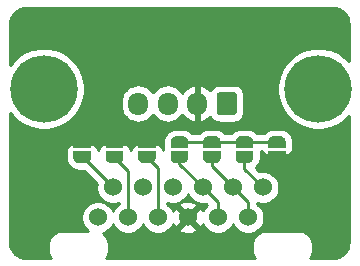
<source format=gbl>
G04 #@! TF.GenerationSoftware,KiCad,Pcbnew,5.1.9+dfsg1-1*
G04 #@! TF.CreationDate,2023-03-08T16:00:21+09:00*
G04 #@! TF.ProjectId,audio-io-breakout-pajeromini,61756469-6f2d-4696-9f2d-627265616b6f,rev?*
G04 #@! TF.SameCoordinates,Original*
G04 #@! TF.FileFunction,Copper,L2,Bot*
G04 #@! TF.FilePolarity,Positive*
%FSLAX46Y46*%
G04 Gerber Fmt 4.6, Leading zero omitted, Abs format (unit mm)*
G04 Created by KiCad (PCBNEW 5.1.9+dfsg1-1) date 2023-03-08 16:00:21*
%MOMM*%
%LPD*%
G01*
G04 APERTURE LIST*
G04 #@! TA.AperFunction,ComponentPad*
%ADD10C,5.700000*%
G04 #@! TD*
G04 #@! TA.AperFunction,ComponentPad*
%ADD11C,1.524000*%
G04 #@! TD*
G04 #@! TA.AperFunction,SMDPad,CuDef*
%ADD12C,0.100000*%
G04 #@! TD*
G04 #@! TA.AperFunction,ComponentPad*
%ADD13O,1.700000X1.950000*%
G04 #@! TD*
G04 #@! TA.AperFunction,ViaPad*
%ADD14C,0.800000*%
G04 #@! TD*
G04 #@! TA.AperFunction,Conductor*
%ADD15C,0.250000*%
G04 #@! TD*
G04 #@! TA.AperFunction,Conductor*
%ADD16C,0.254000*%
G04 #@! TD*
G04 #@! TA.AperFunction,Conductor*
%ADD17C,0.100000*%
G04 #@! TD*
G04 APERTURE END LIST*
D10*
X88750000Y-77500000D03*
X112000000Y-77500000D03*
D11*
X107315000Y-85852000D03*
X104775000Y-85852000D03*
X102235000Y-85852000D03*
X99695000Y-85852000D03*
X97155000Y-85852000D03*
X94615000Y-85852000D03*
X106045000Y-88392000D03*
X103505000Y-88392000D03*
X100965000Y-88392000D03*
X98425000Y-88392000D03*
X95885000Y-88392000D03*
X93345000Y-88392000D03*
G04 #@! TA.AperFunction,SMDPad,CuDef*
D12*
G36*
X102250000Y-82500000D02*
G01*
X102250000Y-82000000D01*
X102250602Y-82000000D01*
X102250602Y-81975466D01*
X102255412Y-81926635D01*
X102264984Y-81878510D01*
X102279228Y-81831555D01*
X102298005Y-81786222D01*
X102321136Y-81742949D01*
X102348396Y-81702150D01*
X102379524Y-81664221D01*
X102414221Y-81629524D01*
X102452150Y-81598396D01*
X102492949Y-81571136D01*
X102536222Y-81548005D01*
X102581555Y-81529228D01*
X102628510Y-81514984D01*
X102676635Y-81505412D01*
X102725466Y-81500602D01*
X102750000Y-81500602D01*
X102750000Y-81500000D01*
X103250000Y-81500000D01*
X103250000Y-81500602D01*
X103274534Y-81500602D01*
X103323365Y-81505412D01*
X103371490Y-81514984D01*
X103418445Y-81529228D01*
X103463778Y-81548005D01*
X103507051Y-81571136D01*
X103547850Y-81598396D01*
X103585779Y-81629524D01*
X103620476Y-81664221D01*
X103651604Y-81702150D01*
X103678864Y-81742949D01*
X103701995Y-81786222D01*
X103720772Y-81831555D01*
X103735016Y-81878510D01*
X103744588Y-81926635D01*
X103749398Y-81975466D01*
X103749398Y-82000000D01*
X103750000Y-82000000D01*
X103750000Y-82500000D01*
X102250000Y-82500000D01*
G37*
G04 #@! TD.AperFunction*
G04 #@! TA.AperFunction,SMDPad,CuDef*
G36*
X103749398Y-83300000D02*
G01*
X103749398Y-83324534D01*
X103744588Y-83373365D01*
X103735016Y-83421490D01*
X103720772Y-83468445D01*
X103701995Y-83513778D01*
X103678864Y-83557051D01*
X103651604Y-83597850D01*
X103620476Y-83635779D01*
X103585779Y-83670476D01*
X103547850Y-83701604D01*
X103507051Y-83728864D01*
X103463778Y-83751995D01*
X103418445Y-83770772D01*
X103371490Y-83785016D01*
X103323365Y-83794588D01*
X103274534Y-83799398D01*
X103250000Y-83799398D01*
X103250000Y-83800000D01*
X102750000Y-83800000D01*
X102750000Y-83799398D01*
X102725466Y-83799398D01*
X102676635Y-83794588D01*
X102628510Y-83785016D01*
X102581555Y-83770772D01*
X102536222Y-83751995D01*
X102492949Y-83728864D01*
X102452150Y-83701604D01*
X102414221Y-83670476D01*
X102379524Y-83635779D01*
X102348396Y-83597850D01*
X102321136Y-83557051D01*
X102298005Y-83513778D01*
X102279228Y-83468445D01*
X102264984Y-83421490D01*
X102255412Y-83373365D01*
X102250602Y-83324534D01*
X102250602Y-83300000D01*
X102250000Y-83300000D01*
X102250000Y-82800000D01*
X103750000Y-82800000D01*
X103750000Y-83300000D01*
X103749398Y-83300000D01*
G37*
G04 #@! TD.AperFunction*
G04 #@! TA.AperFunction,SMDPad,CuDef*
G36*
X100999398Y-83300000D02*
G01*
X100999398Y-83324534D01*
X100994588Y-83373365D01*
X100985016Y-83421490D01*
X100970772Y-83468445D01*
X100951995Y-83513778D01*
X100928864Y-83557051D01*
X100901604Y-83597850D01*
X100870476Y-83635779D01*
X100835779Y-83670476D01*
X100797850Y-83701604D01*
X100757051Y-83728864D01*
X100713778Y-83751995D01*
X100668445Y-83770772D01*
X100621490Y-83785016D01*
X100573365Y-83794588D01*
X100524534Y-83799398D01*
X100500000Y-83799398D01*
X100500000Y-83800000D01*
X100000000Y-83800000D01*
X100000000Y-83799398D01*
X99975466Y-83799398D01*
X99926635Y-83794588D01*
X99878510Y-83785016D01*
X99831555Y-83770772D01*
X99786222Y-83751995D01*
X99742949Y-83728864D01*
X99702150Y-83701604D01*
X99664221Y-83670476D01*
X99629524Y-83635779D01*
X99598396Y-83597850D01*
X99571136Y-83557051D01*
X99548005Y-83513778D01*
X99529228Y-83468445D01*
X99514984Y-83421490D01*
X99505412Y-83373365D01*
X99500602Y-83324534D01*
X99500602Y-83300000D01*
X99500000Y-83300000D01*
X99500000Y-82800000D01*
X101000000Y-82800000D01*
X101000000Y-83300000D01*
X100999398Y-83300000D01*
G37*
G04 #@! TD.AperFunction*
G04 #@! TA.AperFunction,SMDPad,CuDef*
G36*
X99500000Y-82500000D02*
G01*
X99500000Y-82000000D01*
X99500602Y-82000000D01*
X99500602Y-81975466D01*
X99505412Y-81926635D01*
X99514984Y-81878510D01*
X99529228Y-81831555D01*
X99548005Y-81786222D01*
X99571136Y-81742949D01*
X99598396Y-81702150D01*
X99629524Y-81664221D01*
X99664221Y-81629524D01*
X99702150Y-81598396D01*
X99742949Y-81571136D01*
X99786222Y-81548005D01*
X99831555Y-81529228D01*
X99878510Y-81514984D01*
X99926635Y-81505412D01*
X99975466Y-81500602D01*
X100000000Y-81500602D01*
X100000000Y-81500000D01*
X100500000Y-81500000D01*
X100500000Y-81500602D01*
X100524534Y-81500602D01*
X100573365Y-81505412D01*
X100621490Y-81514984D01*
X100668445Y-81529228D01*
X100713778Y-81548005D01*
X100757051Y-81571136D01*
X100797850Y-81598396D01*
X100835779Y-81629524D01*
X100870476Y-81664221D01*
X100901604Y-81702150D01*
X100928864Y-81742949D01*
X100951995Y-81786222D01*
X100970772Y-81831555D01*
X100985016Y-81878510D01*
X100994588Y-81926635D01*
X100999398Y-81975466D01*
X100999398Y-82000000D01*
X101000000Y-82000000D01*
X101000000Y-82500000D01*
X99500000Y-82500000D01*
G37*
G04 #@! TD.AperFunction*
G04 #@! TA.AperFunction,SMDPad,CuDef*
G36*
X91250000Y-82500000D02*
G01*
X91250000Y-82000000D01*
X91250602Y-82000000D01*
X91250602Y-81975466D01*
X91255412Y-81926635D01*
X91264984Y-81878510D01*
X91279228Y-81831555D01*
X91298005Y-81786222D01*
X91321136Y-81742949D01*
X91348396Y-81702150D01*
X91379524Y-81664221D01*
X91414221Y-81629524D01*
X91452150Y-81598396D01*
X91492949Y-81571136D01*
X91536222Y-81548005D01*
X91581555Y-81529228D01*
X91628510Y-81514984D01*
X91676635Y-81505412D01*
X91725466Y-81500602D01*
X91750000Y-81500602D01*
X91750000Y-81500000D01*
X92250000Y-81500000D01*
X92250000Y-81500602D01*
X92274534Y-81500602D01*
X92323365Y-81505412D01*
X92371490Y-81514984D01*
X92418445Y-81529228D01*
X92463778Y-81548005D01*
X92507051Y-81571136D01*
X92547850Y-81598396D01*
X92585779Y-81629524D01*
X92620476Y-81664221D01*
X92651604Y-81702150D01*
X92678864Y-81742949D01*
X92701995Y-81786222D01*
X92720772Y-81831555D01*
X92735016Y-81878510D01*
X92744588Y-81926635D01*
X92749398Y-81975466D01*
X92749398Y-82000000D01*
X92750000Y-82000000D01*
X92750000Y-82500000D01*
X91250000Y-82500000D01*
G37*
G04 #@! TD.AperFunction*
G04 #@! TA.AperFunction,SMDPad,CuDef*
G36*
X92749398Y-83300000D02*
G01*
X92749398Y-83324534D01*
X92744588Y-83373365D01*
X92735016Y-83421490D01*
X92720772Y-83468445D01*
X92701995Y-83513778D01*
X92678864Y-83557051D01*
X92651604Y-83597850D01*
X92620476Y-83635779D01*
X92585779Y-83670476D01*
X92547850Y-83701604D01*
X92507051Y-83728864D01*
X92463778Y-83751995D01*
X92418445Y-83770772D01*
X92371490Y-83785016D01*
X92323365Y-83794588D01*
X92274534Y-83799398D01*
X92250000Y-83799398D01*
X92250000Y-83800000D01*
X91750000Y-83800000D01*
X91750000Y-83799398D01*
X91725466Y-83799398D01*
X91676635Y-83794588D01*
X91628510Y-83785016D01*
X91581555Y-83770772D01*
X91536222Y-83751995D01*
X91492949Y-83728864D01*
X91452150Y-83701604D01*
X91414221Y-83670476D01*
X91379524Y-83635779D01*
X91348396Y-83597850D01*
X91321136Y-83557051D01*
X91298005Y-83513778D01*
X91279228Y-83468445D01*
X91264984Y-83421490D01*
X91255412Y-83373365D01*
X91250602Y-83324534D01*
X91250602Y-83300000D01*
X91250000Y-83300000D01*
X91250000Y-82800000D01*
X92750000Y-82800000D01*
X92750000Y-83300000D01*
X92749398Y-83300000D01*
G37*
G04 #@! TD.AperFunction*
G04 #@! TA.AperFunction,SMDPad,CuDef*
G36*
X98249398Y-83300000D02*
G01*
X98249398Y-83324534D01*
X98244588Y-83373365D01*
X98235016Y-83421490D01*
X98220772Y-83468445D01*
X98201995Y-83513778D01*
X98178864Y-83557051D01*
X98151604Y-83597850D01*
X98120476Y-83635779D01*
X98085779Y-83670476D01*
X98047850Y-83701604D01*
X98007051Y-83728864D01*
X97963778Y-83751995D01*
X97918445Y-83770772D01*
X97871490Y-83785016D01*
X97823365Y-83794588D01*
X97774534Y-83799398D01*
X97750000Y-83799398D01*
X97750000Y-83800000D01*
X97250000Y-83800000D01*
X97250000Y-83799398D01*
X97225466Y-83799398D01*
X97176635Y-83794588D01*
X97128510Y-83785016D01*
X97081555Y-83770772D01*
X97036222Y-83751995D01*
X96992949Y-83728864D01*
X96952150Y-83701604D01*
X96914221Y-83670476D01*
X96879524Y-83635779D01*
X96848396Y-83597850D01*
X96821136Y-83557051D01*
X96798005Y-83513778D01*
X96779228Y-83468445D01*
X96764984Y-83421490D01*
X96755412Y-83373365D01*
X96750602Y-83324534D01*
X96750602Y-83300000D01*
X96750000Y-83300000D01*
X96750000Y-82800000D01*
X98250000Y-82800000D01*
X98250000Y-83300000D01*
X98249398Y-83300000D01*
G37*
G04 #@! TD.AperFunction*
G04 #@! TA.AperFunction,SMDPad,CuDef*
G36*
X96750000Y-82500000D02*
G01*
X96750000Y-82000000D01*
X96750602Y-82000000D01*
X96750602Y-81975466D01*
X96755412Y-81926635D01*
X96764984Y-81878510D01*
X96779228Y-81831555D01*
X96798005Y-81786222D01*
X96821136Y-81742949D01*
X96848396Y-81702150D01*
X96879524Y-81664221D01*
X96914221Y-81629524D01*
X96952150Y-81598396D01*
X96992949Y-81571136D01*
X97036222Y-81548005D01*
X97081555Y-81529228D01*
X97128510Y-81514984D01*
X97176635Y-81505412D01*
X97225466Y-81500602D01*
X97250000Y-81500602D01*
X97250000Y-81500000D01*
X97750000Y-81500000D01*
X97750000Y-81500602D01*
X97774534Y-81500602D01*
X97823365Y-81505412D01*
X97871490Y-81514984D01*
X97918445Y-81529228D01*
X97963778Y-81548005D01*
X98007051Y-81571136D01*
X98047850Y-81598396D01*
X98085779Y-81629524D01*
X98120476Y-81664221D01*
X98151604Y-81702150D01*
X98178864Y-81742949D01*
X98201995Y-81786222D01*
X98220772Y-81831555D01*
X98235016Y-81878510D01*
X98244588Y-81926635D01*
X98249398Y-81975466D01*
X98249398Y-82000000D01*
X98250000Y-82000000D01*
X98250000Y-82500000D01*
X96750000Y-82500000D01*
G37*
G04 #@! TD.AperFunction*
G04 #@! TA.AperFunction,SMDPad,CuDef*
G36*
X95500000Y-82800000D02*
G01*
X95500000Y-83300000D01*
X95499398Y-83300000D01*
X95499398Y-83324534D01*
X95494588Y-83373365D01*
X95485016Y-83421490D01*
X95470772Y-83468445D01*
X95451995Y-83513778D01*
X95428864Y-83557051D01*
X95401604Y-83597850D01*
X95370476Y-83635779D01*
X95335779Y-83670476D01*
X95297850Y-83701604D01*
X95257051Y-83728864D01*
X95213778Y-83751995D01*
X95168445Y-83770772D01*
X95121490Y-83785016D01*
X95073365Y-83794588D01*
X95024534Y-83799398D01*
X95000000Y-83799398D01*
X95000000Y-83800000D01*
X94500000Y-83800000D01*
X94500000Y-83799398D01*
X94475466Y-83799398D01*
X94426635Y-83794588D01*
X94378510Y-83785016D01*
X94331555Y-83770772D01*
X94286222Y-83751995D01*
X94242949Y-83728864D01*
X94202150Y-83701604D01*
X94164221Y-83670476D01*
X94129524Y-83635779D01*
X94098396Y-83597850D01*
X94071136Y-83557051D01*
X94048005Y-83513778D01*
X94029228Y-83468445D01*
X94014984Y-83421490D01*
X94005412Y-83373365D01*
X94000602Y-83324534D01*
X94000602Y-83300000D01*
X94000000Y-83300000D01*
X94000000Y-82800000D01*
X95500000Y-82800000D01*
G37*
G04 #@! TD.AperFunction*
G04 #@! TA.AperFunction,SMDPad,CuDef*
G36*
X94000602Y-82000000D02*
G01*
X94000602Y-81975466D01*
X94005412Y-81926635D01*
X94014984Y-81878510D01*
X94029228Y-81831555D01*
X94048005Y-81786222D01*
X94071136Y-81742949D01*
X94098396Y-81702150D01*
X94129524Y-81664221D01*
X94164221Y-81629524D01*
X94202150Y-81598396D01*
X94242949Y-81571136D01*
X94286222Y-81548005D01*
X94331555Y-81529228D01*
X94378510Y-81514984D01*
X94426635Y-81505412D01*
X94475466Y-81500602D01*
X94500000Y-81500602D01*
X94500000Y-81500000D01*
X95000000Y-81500000D01*
X95000000Y-81500602D01*
X95024534Y-81500602D01*
X95073365Y-81505412D01*
X95121490Y-81514984D01*
X95168445Y-81529228D01*
X95213778Y-81548005D01*
X95257051Y-81571136D01*
X95297850Y-81598396D01*
X95335779Y-81629524D01*
X95370476Y-81664221D01*
X95401604Y-81702150D01*
X95428864Y-81742949D01*
X95451995Y-81786222D01*
X95470772Y-81831555D01*
X95485016Y-81878510D01*
X95494588Y-81926635D01*
X95499398Y-81975466D01*
X95499398Y-82000000D01*
X95500000Y-82000000D01*
X95500000Y-82500000D01*
X94000000Y-82500000D01*
X94000000Y-82000000D01*
X94000602Y-82000000D01*
G37*
G04 #@! TD.AperFunction*
G04 #@! TA.AperFunction,SMDPad,CuDef*
G36*
X106500000Y-82800000D02*
G01*
X106500000Y-83300000D01*
X106499398Y-83300000D01*
X106499398Y-83324534D01*
X106494588Y-83373365D01*
X106485016Y-83421490D01*
X106470772Y-83468445D01*
X106451995Y-83513778D01*
X106428864Y-83557051D01*
X106401604Y-83597850D01*
X106370476Y-83635779D01*
X106335779Y-83670476D01*
X106297850Y-83701604D01*
X106257051Y-83728864D01*
X106213778Y-83751995D01*
X106168445Y-83770772D01*
X106121490Y-83785016D01*
X106073365Y-83794588D01*
X106024534Y-83799398D01*
X106000000Y-83799398D01*
X106000000Y-83800000D01*
X105500000Y-83800000D01*
X105500000Y-83799398D01*
X105475466Y-83799398D01*
X105426635Y-83794588D01*
X105378510Y-83785016D01*
X105331555Y-83770772D01*
X105286222Y-83751995D01*
X105242949Y-83728864D01*
X105202150Y-83701604D01*
X105164221Y-83670476D01*
X105129524Y-83635779D01*
X105098396Y-83597850D01*
X105071136Y-83557051D01*
X105048005Y-83513778D01*
X105029228Y-83468445D01*
X105014984Y-83421490D01*
X105005412Y-83373365D01*
X105000602Y-83324534D01*
X105000602Y-83300000D01*
X105000000Y-83300000D01*
X105000000Y-82800000D01*
X106500000Y-82800000D01*
G37*
G04 #@! TD.AperFunction*
G04 #@! TA.AperFunction,SMDPad,CuDef*
G36*
X105000602Y-82000000D02*
G01*
X105000602Y-81975466D01*
X105005412Y-81926635D01*
X105014984Y-81878510D01*
X105029228Y-81831555D01*
X105048005Y-81786222D01*
X105071136Y-81742949D01*
X105098396Y-81702150D01*
X105129524Y-81664221D01*
X105164221Y-81629524D01*
X105202150Y-81598396D01*
X105242949Y-81571136D01*
X105286222Y-81548005D01*
X105331555Y-81529228D01*
X105378510Y-81514984D01*
X105426635Y-81505412D01*
X105475466Y-81500602D01*
X105500000Y-81500602D01*
X105500000Y-81500000D01*
X106000000Y-81500000D01*
X106000000Y-81500602D01*
X106024534Y-81500602D01*
X106073365Y-81505412D01*
X106121490Y-81514984D01*
X106168445Y-81529228D01*
X106213778Y-81548005D01*
X106257051Y-81571136D01*
X106297850Y-81598396D01*
X106335779Y-81629524D01*
X106370476Y-81664221D01*
X106401604Y-81702150D01*
X106428864Y-81742949D01*
X106451995Y-81786222D01*
X106470772Y-81831555D01*
X106485016Y-81878510D01*
X106494588Y-81926635D01*
X106499398Y-81975466D01*
X106499398Y-82000000D01*
X106500000Y-82000000D01*
X106500000Y-82500000D01*
X105000000Y-82500000D01*
X105000000Y-82000000D01*
X105000602Y-82000000D01*
G37*
G04 #@! TD.AperFunction*
G04 #@! TA.AperFunction,ComponentPad*
G36*
G01*
X105100000Y-78025000D02*
X105100000Y-79475000D01*
G75*
G02*
X104850000Y-79725000I-250000J0D01*
G01*
X103650000Y-79725000D01*
G75*
G02*
X103400000Y-79475000I0J250000D01*
G01*
X103400000Y-78025000D01*
G75*
G02*
X103650000Y-77775000I250000J0D01*
G01*
X104850000Y-77775000D01*
G75*
G02*
X105100000Y-78025000I0J-250000D01*
G01*
G37*
G04 #@! TD.AperFunction*
D13*
X101750000Y-78750000D03*
X99250000Y-78750000D03*
X96750000Y-78750000D03*
G04 #@! TA.AperFunction,SMDPad,CuDef*
D12*
G36*
X109250000Y-82800000D02*
G01*
X109250000Y-83300000D01*
X109249398Y-83300000D01*
X109249398Y-83324534D01*
X109244588Y-83373365D01*
X109235016Y-83421490D01*
X109220772Y-83468445D01*
X109201995Y-83513778D01*
X109178864Y-83557051D01*
X109151604Y-83597850D01*
X109120476Y-83635779D01*
X109085779Y-83670476D01*
X109047850Y-83701604D01*
X109007051Y-83728864D01*
X108963778Y-83751995D01*
X108918445Y-83770772D01*
X108871490Y-83785016D01*
X108823365Y-83794588D01*
X108774534Y-83799398D01*
X108750000Y-83799398D01*
X108750000Y-83800000D01*
X108250000Y-83800000D01*
X108250000Y-83799398D01*
X108225466Y-83799398D01*
X108176635Y-83794588D01*
X108128510Y-83785016D01*
X108081555Y-83770772D01*
X108036222Y-83751995D01*
X107992949Y-83728864D01*
X107952150Y-83701604D01*
X107914221Y-83670476D01*
X107879524Y-83635779D01*
X107848396Y-83597850D01*
X107821136Y-83557051D01*
X107798005Y-83513778D01*
X107779228Y-83468445D01*
X107764984Y-83421490D01*
X107755412Y-83373365D01*
X107750602Y-83324534D01*
X107750602Y-83300000D01*
X107750000Y-83300000D01*
X107750000Y-82800000D01*
X109250000Y-82800000D01*
G37*
G04 #@! TD.AperFunction*
G04 #@! TA.AperFunction,SMDPad,CuDef*
G36*
X107750602Y-82000000D02*
G01*
X107750602Y-81975466D01*
X107755412Y-81926635D01*
X107764984Y-81878510D01*
X107779228Y-81831555D01*
X107798005Y-81786222D01*
X107821136Y-81742949D01*
X107848396Y-81702150D01*
X107879524Y-81664221D01*
X107914221Y-81629524D01*
X107952150Y-81598396D01*
X107992949Y-81571136D01*
X108036222Y-81548005D01*
X108081555Y-81529228D01*
X108128510Y-81514984D01*
X108176635Y-81505412D01*
X108225466Y-81500602D01*
X108250000Y-81500602D01*
X108250000Y-81500000D01*
X108750000Y-81500000D01*
X108750000Y-81500602D01*
X108774534Y-81500602D01*
X108823365Y-81505412D01*
X108871490Y-81514984D01*
X108918445Y-81529228D01*
X108963778Y-81548005D01*
X109007051Y-81571136D01*
X109047850Y-81598396D01*
X109085779Y-81629524D01*
X109120476Y-81664221D01*
X109151604Y-81702150D01*
X109178864Y-81742949D01*
X109201995Y-81786222D01*
X109220772Y-81831555D01*
X109235016Y-81878510D01*
X109244588Y-81926635D01*
X109249398Y-81975466D01*
X109249398Y-82000000D01*
X109250000Y-82000000D01*
X109250000Y-82500000D01*
X107750000Y-82500000D01*
X107750000Y-82000000D01*
X107750602Y-82000000D01*
G37*
G04 #@! TD.AperFunction*
D14*
X105750000Y-91000000D03*
X95000000Y-91000000D03*
D15*
X105750000Y-84287000D02*
X107315000Y-85852000D01*
X105750000Y-83300000D02*
X105750000Y-84287000D01*
X106045000Y-87122000D02*
X104775000Y-85852000D01*
X106045000Y-88392000D02*
X106045000Y-87122000D01*
X103000000Y-84077000D02*
X103000000Y-83300000D01*
X104775000Y-85852000D02*
X103000000Y-84077000D01*
X103505000Y-87122000D02*
X102235000Y-85852000D01*
X103505000Y-88392000D02*
X103505000Y-87122000D01*
X100250000Y-83867000D02*
X100250000Y-83300000D01*
X102235000Y-85852000D02*
X100250000Y-83867000D01*
X98425000Y-84225000D02*
X97500000Y-83300000D01*
X98425000Y-88392000D02*
X98425000Y-84225000D01*
X95885000Y-84435000D02*
X94750000Y-83300000D01*
X95885000Y-88392000D02*
X95885000Y-84435000D01*
X92063000Y-83300000D02*
X92000000Y-83300000D01*
X94615000Y-85852000D02*
X92063000Y-83300000D01*
X100250000Y-82000000D02*
X108500000Y-82000000D01*
D16*
X113509659Y-70688625D02*
X113759429Y-70764035D01*
X113989792Y-70886522D01*
X114191980Y-71051422D01*
X114358286Y-71252450D01*
X114482378Y-71481954D01*
X114559531Y-71731195D01*
X114590000Y-72021089D01*
X114590000Y-75161466D01*
X114221558Y-74793024D01*
X113650766Y-74411633D01*
X113016537Y-74148927D01*
X112343242Y-74015000D01*
X111656758Y-74015000D01*
X110983463Y-74148927D01*
X110349234Y-74411633D01*
X109778442Y-74793024D01*
X109293024Y-75278442D01*
X108911633Y-75849234D01*
X108648927Y-76483463D01*
X108515000Y-77156758D01*
X108515000Y-77843242D01*
X108648927Y-78516537D01*
X108911633Y-79150766D01*
X109293024Y-79721558D01*
X109778442Y-80206976D01*
X110349234Y-80588367D01*
X110983463Y-80851073D01*
X111656758Y-80985000D01*
X112343242Y-80985000D01*
X113016537Y-80851073D01*
X113650766Y-80588367D01*
X114221558Y-80206976D01*
X114590000Y-79838534D01*
X114590001Y-90467711D01*
X114561375Y-90759660D01*
X114485965Y-91009429D01*
X114363477Y-91239794D01*
X114198579Y-91441979D01*
X113997546Y-91608288D01*
X113768046Y-91732378D01*
X113518805Y-91809531D01*
X113228911Y-91840000D01*
X111326995Y-91840000D01*
X111330681Y-91834452D01*
X111364488Y-91785079D01*
X111368870Y-91776973D01*
X111415415Y-91689434D01*
X111438197Y-91634159D01*
X111461775Y-91579149D01*
X111464500Y-91570345D01*
X111493156Y-91475432D01*
X111504773Y-91416759D01*
X111517212Y-91358242D01*
X111518175Y-91349077D01*
X111527850Y-91250406D01*
X111527850Y-91250402D01*
X111531000Y-91218419D01*
X111531000Y-90645581D01*
X111528251Y-90617668D01*
X111528272Y-90614633D01*
X111527372Y-90605462D01*
X111522238Y-90556616D01*
X111521450Y-90548617D01*
X111521369Y-90548350D01*
X111517008Y-90506860D01*
X111504984Y-90448286D01*
X111493771Y-90389504D01*
X111491107Y-90380683D01*
X111461789Y-90285973D01*
X111438636Y-90230895D01*
X111416202Y-90175368D01*
X111411875Y-90167232D01*
X111364720Y-90080020D01*
X111331270Y-90030429D01*
X111298514Y-89980371D01*
X111292689Y-89973230D01*
X111229493Y-89896838D01*
X111187058Y-89854699D01*
X111145195Y-89811949D01*
X111138094Y-89806075D01*
X111061263Y-89743413D01*
X111011467Y-89710329D01*
X110962079Y-89676512D01*
X110953973Y-89672130D01*
X110866434Y-89625585D01*
X110811159Y-89602803D01*
X110756149Y-89579225D01*
X110747346Y-89576500D01*
X110652432Y-89547844D01*
X110593752Y-89536225D01*
X110535242Y-89523788D01*
X110526077Y-89522825D01*
X110427406Y-89513150D01*
X110427402Y-89513150D01*
X110395419Y-89510000D01*
X107536581Y-89510000D01*
X107508668Y-89512749D01*
X107505633Y-89512728D01*
X107496462Y-89513628D01*
X107447616Y-89518762D01*
X107439617Y-89519550D01*
X107439350Y-89519631D01*
X107397860Y-89523992D01*
X107339286Y-89536016D01*
X107280504Y-89547229D01*
X107271683Y-89549893D01*
X107176973Y-89579211D01*
X107121895Y-89602364D01*
X107066368Y-89624798D01*
X107058232Y-89629125D01*
X106971020Y-89676280D01*
X106921429Y-89709730D01*
X106871371Y-89742486D01*
X106864230Y-89748311D01*
X106787838Y-89811507D01*
X106745709Y-89853932D01*
X106702949Y-89895805D01*
X106697075Y-89902906D01*
X106634413Y-89979737D01*
X106601329Y-90029533D01*
X106567512Y-90078921D01*
X106563130Y-90087027D01*
X106516585Y-90174566D01*
X106493813Y-90229816D01*
X106470225Y-90284851D01*
X106467500Y-90293654D01*
X106438844Y-90388568D01*
X106427225Y-90447248D01*
X106414788Y-90505758D01*
X106413825Y-90514923D01*
X106404150Y-90613594D01*
X106404150Y-90613599D01*
X106401000Y-90645582D01*
X106401000Y-91218419D01*
X106403749Y-91246332D01*
X106403728Y-91249367D01*
X106404628Y-91258538D01*
X106409762Y-91307384D01*
X106410550Y-91315383D01*
X106410631Y-91315650D01*
X106414992Y-91357140D01*
X106427016Y-91415714D01*
X106438229Y-91474496D01*
X106440893Y-91483317D01*
X106470211Y-91578028D01*
X106493370Y-91633119D01*
X106515798Y-91688632D01*
X106520125Y-91696768D01*
X106567280Y-91783980D01*
X106600730Y-91833571D01*
X106604936Y-91840000D01*
X94054995Y-91840000D01*
X94058681Y-91834452D01*
X94092488Y-91785079D01*
X94096870Y-91776973D01*
X94143415Y-91689434D01*
X94166197Y-91634159D01*
X94189775Y-91579149D01*
X94192500Y-91570345D01*
X94221156Y-91475432D01*
X94232773Y-91416759D01*
X94245212Y-91358242D01*
X94246175Y-91349077D01*
X94255850Y-91250406D01*
X94255850Y-91250402D01*
X94259000Y-91218419D01*
X94259000Y-90645581D01*
X94256251Y-90617668D01*
X94256272Y-90614633D01*
X94255372Y-90605462D01*
X94250238Y-90556616D01*
X94249450Y-90548617D01*
X94249369Y-90548350D01*
X94245008Y-90506860D01*
X94232984Y-90448286D01*
X94221771Y-90389504D01*
X94219107Y-90380683D01*
X94189789Y-90285973D01*
X94166636Y-90230895D01*
X94144202Y-90175368D01*
X94139875Y-90167232D01*
X94092720Y-90080020D01*
X94059270Y-90030429D01*
X94026514Y-89980371D01*
X94020689Y-89973230D01*
X93957493Y-89896838D01*
X93915058Y-89854699D01*
X93873195Y-89811949D01*
X93866094Y-89806075D01*
X93789263Y-89743413D01*
X93767632Y-89729042D01*
X94006727Y-89630005D01*
X94235535Y-89477120D01*
X94430120Y-89282535D01*
X94583005Y-89053727D01*
X94615000Y-88976485D01*
X94646995Y-89053727D01*
X94799880Y-89282535D01*
X94994465Y-89477120D01*
X95223273Y-89630005D01*
X95477510Y-89735314D01*
X95747408Y-89789000D01*
X96022592Y-89789000D01*
X96292490Y-89735314D01*
X96546727Y-89630005D01*
X96775535Y-89477120D01*
X96970120Y-89282535D01*
X97123005Y-89053727D01*
X97155000Y-88976485D01*
X97186995Y-89053727D01*
X97339880Y-89282535D01*
X97534465Y-89477120D01*
X97763273Y-89630005D01*
X98017510Y-89735314D01*
X98287408Y-89789000D01*
X98562592Y-89789000D01*
X98832490Y-89735314D01*
X99086727Y-89630005D01*
X99315535Y-89477120D01*
X99435090Y-89357565D01*
X100179040Y-89357565D01*
X100246020Y-89597656D01*
X100495048Y-89714756D01*
X100762135Y-89781023D01*
X101037017Y-89793910D01*
X101309133Y-89752922D01*
X101568023Y-89659636D01*
X101683980Y-89597656D01*
X101750960Y-89357565D01*
X100965000Y-88571605D01*
X100179040Y-89357565D01*
X99435090Y-89357565D01*
X99510120Y-89282535D01*
X99663005Y-89053727D01*
X99692692Y-88982057D01*
X99697364Y-88995023D01*
X99759344Y-89110980D01*
X99999435Y-89177960D01*
X100785395Y-88392000D01*
X99999435Y-87606040D01*
X99759344Y-87673020D01*
X99695515Y-87808760D01*
X99663005Y-87730273D01*
X99510120Y-87501465D01*
X99435090Y-87426435D01*
X100179040Y-87426435D01*
X100965000Y-88212395D01*
X101750960Y-87426435D01*
X101683980Y-87186344D01*
X101434952Y-87069244D01*
X101167865Y-87002977D01*
X100892983Y-86990090D01*
X100620867Y-87031078D01*
X100361977Y-87124364D01*
X100246020Y-87186344D01*
X100179040Y-87426435D01*
X99435090Y-87426435D01*
X99315535Y-87306880D01*
X99185000Y-87219659D01*
X99185000Y-87152853D01*
X99287510Y-87195314D01*
X99557408Y-87249000D01*
X99832592Y-87249000D01*
X100102490Y-87195314D01*
X100356727Y-87090005D01*
X100585535Y-86937120D01*
X100780120Y-86742535D01*
X100933005Y-86513727D01*
X100965000Y-86436485D01*
X100996995Y-86513727D01*
X101149880Y-86742535D01*
X101344465Y-86937120D01*
X101573273Y-87090005D01*
X101827510Y-87195314D01*
X102097408Y-87249000D01*
X102372592Y-87249000D01*
X102526570Y-87218372D01*
X102614833Y-87306634D01*
X102614465Y-87306880D01*
X102419880Y-87501465D01*
X102266995Y-87730273D01*
X102237308Y-87801943D01*
X102232636Y-87788977D01*
X102170656Y-87673020D01*
X101930565Y-87606040D01*
X101144605Y-88392000D01*
X101930565Y-89177960D01*
X102170656Y-89110980D01*
X102234485Y-88975240D01*
X102266995Y-89053727D01*
X102419880Y-89282535D01*
X102614465Y-89477120D01*
X102843273Y-89630005D01*
X103097510Y-89735314D01*
X103367408Y-89789000D01*
X103642592Y-89789000D01*
X103912490Y-89735314D01*
X104166727Y-89630005D01*
X104395535Y-89477120D01*
X104590120Y-89282535D01*
X104743005Y-89053727D01*
X104775000Y-88976485D01*
X104806995Y-89053727D01*
X104959880Y-89282535D01*
X105154465Y-89477120D01*
X105383273Y-89630005D01*
X105637510Y-89735314D01*
X105907408Y-89789000D01*
X106182592Y-89789000D01*
X106452490Y-89735314D01*
X106706727Y-89630005D01*
X106935535Y-89477120D01*
X107130120Y-89282535D01*
X107283005Y-89053727D01*
X107388314Y-88799490D01*
X107442000Y-88529592D01*
X107442000Y-88254408D01*
X107388314Y-87984510D01*
X107283005Y-87730273D01*
X107130120Y-87501465D01*
X106935535Y-87306880D01*
X106805000Y-87219659D01*
X106805000Y-87159322D01*
X106805612Y-87153106D01*
X106907510Y-87195314D01*
X107177408Y-87249000D01*
X107452592Y-87249000D01*
X107722490Y-87195314D01*
X107976727Y-87090005D01*
X108205535Y-86937120D01*
X108400120Y-86742535D01*
X108553005Y-86513727D01*
X108658314Y-86259490D01*
X108712000Y-85989592D01*
X108712000Y-85714408D01*
X108658314Y-85444510D01*
X108553005Y-85190273D01*
X108400120Y-84961465D01*
X108205535Y-84766880D01*
X107976727Y-84613995D01*
X107722490Y-84508686D01*
X107452592Y-84455000D01*
X107177408Y-84455000D01*
X107023430Y-84485628D01*
X106717362Y-84179561D01*
X106768382Y-84137690D01*
X106837690Y-84068382D01*
X106917042Y-83971691D01*
X106971498Y-83890192D01*
X107030464Y-83779875D01*
X107067973Y-83689319D01*
X107104282Y-83569623D01*
X107123404Y-83473490D01*
X107135664Y-83349009D01*
X107135664Y-83324450D01*
X107138072Y-83300000D01*
X107138072Y-82800000D01*
X107134132Y-82760000D01*
X107168954Y-82760000D01*
X107219463Y-82854494D01*
X107298815Y-82951185D01*
X107395506Y-83030537D01*
X107505820Y-83089502D01*
X107625518Y-83125812D01*
X107750000Y-83138072D01*
X109250000Y-83138072D01*
X109374482Y-83125812D01*
X109494180Y-83089502D01*
X109604494Y-83030537D01*
X109701185Y-82951185D01*
X109780537Y-82854494D01*
X109839502Y-82744180D01*
X109875812Y-82624482D01*
X109888072Y-82500000D01*
X109888072Y-82000000D01*
X109885664Y-81975550D01*
X109885664Y-81950991D01*
X109873404Y-81826510D01*
X109854282Y-81730377D01*
X109817973Y-81610681D01*
X109780464Y-81520125D01*
X109721498Y-81409808D01*
X109667042Y-81328309D01*
X109587690Y-81231618D01*
X109518382Y-81162310D01*
X109421691Y-81082958D01*
X109340192Y-81028502D01*
X109229875Y-80969536D01*
X109139319Y-80932027D01*
X109019623Y-80895718D01*
X108923490Y-80876596D01*
X108799009Y-80864336D01*
X108774450Y-80864336D01*
X108750000Y-80861928D01*
X108250000Y-80861928D01*
X108225550Y-80864336D01*
X108200991Y-80864336D01*
X108076510Y-80876596D01*
X107980377Y-80895718D01*
X107860681Y-80932027D01*
X107770125Y-80969536D01*
X107659808Y-81028502D01*
X107578309Y-81082958D01*
X107481618Y-81162310D01*
X107412310Y-81231618D01*
X107405431Y-81240000D01*
X106844569Y-81240000D01*
X106837690Y-81231618D01*
X106768382Y-81162310D01*
X106671691Y-81082958D01*
X106590192Y-81028502D01*
X106479875Y-80969536D01*
X106389319Y-80932027D01*
X106269623Y-80895718D01*
X106173490Y-80876596D01*
X106049009Y-80864336D01*
X106024450Y-80864336D01*
X106000000Y-80861928D01*
X105500000Y-80861928D01*
X105475550Y-80864336D01*
X105450991Y-80864336D01*
X105326510Y-80876596D01*
X105230377Y-80895718D01*
X105110681Y-80932027D01*
X105020125Y-80969536D01*
X104909808Y-81028502D01*
X104828309Y-81082958D01*
X104731618Y-81162310D01*
X104662310Y-81231618D01*
X104655431Y-81240000D01*
X104094569Y-81240000D01*
X104087690Y-81231618D01*
X104018382Y-81162310D01*
X103921691Y-81082958D01*
X103840192Y-81028502D01*
X103729875Y-80969536D01*
X103639319Y-80932027D01*
X103519623Y-80895718D01*
X103423490Y-80876596D01*
X103299009Y-80864336D01*
X103274450Y-80864336D01*
X103250000Y-80861928D01*
X102750000Y-80861928D01*
X102725550Y-80864336D01*
X102700991Y-80864336D01*
X102576510Y-80876596D01*
X102480377Y-80895718D01*
X102360681Y-80932027D01*
X102270125Y-80969536D01*
X102159808Y-81028502D01*
X102078309Y-81082958D01*
X101981618Y-81162310D01*
X101912310Y-81231618D01*
X101905431Y-81240000D01*
X101344569Y-81240000D01*
X101337690Y-81231618D01*
X101268382Y-81162310D01*
X101171691Y-81082958D01*
X101090192Y-81028502D01*
X100979875Y-80969536D01*
X100889319Y-80932027D01*
X100769623Y-80895718D01*
X100673490Y-80876596D01*
X100549009Y-80864336D01*
X100524450Y-80864336D01*
X100500000Y-80861928D01*
X100000000Y-80861928D01*
X99975550Y-80864336D01*
X99950991Y-80864336D01*
X99826510Y-80876596D01*
X99730377Y-80895718D01*
X99610681Y-80932027D01*
X99520125Y-80969536D01*
X99409808Y-81028502D01*
X99328309Y-81082958D01*
X99231618Y-81162310D01*
X99162310Y-81231618D01*
X99082958Y-81328309D01*
X99028502Y-81409808D01*
X98969536Y-81520125D01*
X98932027Y-81610681D01*
X98895718Y-81730377D01*
X98876596Y-81826510D01*
X98864336Y-81950991D01*
X98864336Y-81975550D01*
X98861928Y-82000000D01*
X98861928Y-82500000D01*
X98874188Y-82624482D01*
X98881929Y-82650000D01*
X98875000Y-82672841D01*
X98839502Y-82555820D01*
X98780537Y-82445506D01*
X98701185Y-82348815D01*
X98604494Y-82269463D01*
X98494180Y-82210498D01*
X98374482Y-82174188D01*
X98250000Y-82161928D01*
X96750000Y-82161928D01*
X96625518Y-82174188D01*
X96505820Y-82210498D01*
X96395506Y-82269463D01*
X96298815Y-82348815D01*
X96219463Y-82445506D01*
X96160498Y-82555820D01*
X96125000Y-82672841D01*
X96089502Y-82555820D01*
X96030537Y-82445506D01*
X95951185Y-82348815D01*
X95854494Y-82269463D01*
X95744180Y-82210498D01*
X95624482Y-82174188D01*
X95500000Y-82161928D01*
X94000000Y-82161928D01*
X93875518Y-82174188D01*
X93755820Y-82210498D01*
X93645506Y-82269463D01*
X93548815Y-82348815D01*
X93469463Y-82445506D01*
X93410498Y-82555820D01*
X93375000Y-82672841D01*
X93339502Y-82555820D01*
X93280537Y-82445506D01*
X93201185Y-82348815D01*
X93104494Y-82269463D01*
X92994180Y-82210498D01*
X92874482Y-82174188D01*
X92750000Y-82161928D01*
X91250000Y-82161928D01*
X91125518Y-82174188D01*
X91005820Y-82210498D01*
X90895506Y-82269463D01*
X90798815Y-82348815D01*
X90719463Y-82445506D01*
X90660498Y-82555820D01*
X90624188Y-82675518D01*
X90611928Y-82800000D01*
X90611928Y-83300000D01*
X90614336Y-83324450D01*
X90614336Y-83349009D01*
X90626596Y-83473490D01*
X90645718Y-83569623D01*
X90682027Y-83689319D01*
X90719536Y-83779875D01*
X90778502Y-83890192D01*
X90832958Y-83971691D01*
X90912310Y-84068382D01*
X90981618Y-84137690D01*
X91078309Y-84217042D01*
X91159808Y-84271498D01*
X91270125Y-84330464D01*
X91360681Y-84367973D01*
X91480377Y-84404282D01*
X91576510Y-84423404D01*
X91700991Y-84435664D01*
X91725550Y-84435664D01*
X91750000Y-84438072D01*
X92126271Y-84438072D01*
X93248628Y-85560430D01*
X93218000Y-85714408D01*
X93218000Y-85989592D01*
X93271686Y-86259490D01*
X93376995Y-86513727D01*
X93529880Y-86742535D01*
X93724465Y-86937120D01*
X93953273Y-87090005D01*
X94207510Y-87195314D01*
X94477408Y-87249000D01*
X94752592Y-87249000D01*
X95022490Y-87195314D01*
X95125000Y-87152853D01*
X95125000Y-87219659D01*
X94994465Y-87306880D01*
X94799880Y-87501465D01*
X94646995Y-87730273D01*
X94615000Y-87807515D01*
X94583005Y-87730273D01*
X94430120Y-87501465D01*
X94235535Y-87306880D01*
X94006727Y-87153995D01*
X93752490Y-87048686D01*
X93482592Y-86995000D01*
X93207408Y-86995000D01*
X92937510Y-87048686D01*
X92683273Y-87153995D01*
X92454465Y-87306880D01*
X92259880Y-87501465D01*
X92106995Y-87730273D01*
X92001686Y-87984510D01*
X91948000Y-88254408D01*
X91948000Y-88529592D01*
X92001686Y-88799490D01*
X92106995Y-89053727D01*
X92259880Y-89282535D01*
X92454465Y-89477120D01*
X92503673Y-89510000D01*
X90264581Y-89510000D01*
X90236668Y-89512749D01*
X90233633Y-89512728D01*
X90224462Y-89513628D01*
X90175616Y-89518762D01*
X90167617Y-89519550D01*
X90167350Y-89519631D01*
X90125860Y-89523992D01*
X90067286Y-89536016D01*
X90008504Y-89547229D01*
X89999683Y-89549893D01*
X89904973Y-89579211D01*
X89849895Y-89602364D01*
X89794368Y-89624798D01*
X89786232Y-89629125D01*
X89699020Y-89676280D01*
X89649429Y-89709730D01*
X89599371Y-89742486D01*
X89592230Y-89748311D01*
X89515838Y-89811507D01*
X89473709Y-89853932D01*
X89430949Y-89895805D01*
X89425075Y-89902906D01*
X89362413Y-89979737D01*
X89329329Y-90029533D01*
X89295512Y-90078921D01*
X89291130Y-90087027D01*
X89244585Y-90174566D01*
X89221813Y-90229816D01*
X89198225Y-90284851D01*
X89195500Y-90293654D01*
X89166844Y-90388568D01*
X89155225Y-90447248D01*
X89142788Y-90505758D01*
X89141825Y-90514923D01*
X89132150Y-90613594D01*
X89132150Y-90613599D01*
X89129000Y-90645582D01*
X89129000Y-91218419D01*
X89131749Y-91246332D01*
X89131728Y-91249367D01*
X89132628Y-91258538D01*
X89137762Y-91307384D01*
X89138550Y-91315383D01*
X89138631Y-91315650D01*
X89142992Y-91357140D01*
X89155016Y-91415714D01*
X89166229Y-91474496D01*
X89168893Y-91483317D01*
X89198211Y-91578028D01*
X89221370Y-91633119D01*
X89243798Y-91688632D01*
X89248125Y-91696768D01*
X89295280Y-91783980D01*
X89328730Y-91833571D01*
X89332936Y-91840000D01*
X87282279Y-91840000D01*
X86990340Y-91811375D01*
X86740571Y-91735965D01*
X86510206Y-91613477D01*
X86308021Y-91448579D01*
X86141712Y-91247546D01*
X86017622Y-91018046D01*
X85940469Y-90768805D01*
X85910000Y-90478911D01*
X85910000Y-79522474D01*
X86043024Y-79721558D01*
X86528442Y-80206976D01*
X87099234Y-80588367D01*
X87733463Y-80851073D01*
X88406758Y-80985000D01*
X89093242Y-80985000D01*
X89766537Y-80851073D01*
X90400766Y-80588367D01*
X90971558Y-80206976D01*
X91456976Y-79721558D01*
X91838367Y-79150766D01*
X92086363Y-78552050D01*
X95265000Y-78552050D01*
X95265000Y-78947949D01*
X95286487Y-79166110D01*
X95371401Y-79446033D01*
X95509294Y-79704013D01*
X95694866Y-79930134D01*
X95920986Y-80115706D01*
X96178966Y-80253599D01*
X96458889Y-80338513D01*
X96750000Y-80367185D01*
X97041110Y-80338513D01*
X97321033Y-80253599D01*
X97579013Y-80115706D01*
X97805134Y-79930134D01*
X97990706Y-79704014D01*
X98000000Y-79686626D01*
X98009294Y-79704013D01*
X98194866Y-79930134D01*
X98420986Y-80115706D01*
X98678966Y-80253599D01*
X98958889Y-80338513D01*
X99250000Y-80367185D01*
X99541110Y-80338513D01*
X99821033Y-80253599D01*
X100079013Y-80115706D01*
X100305134Y-79930134D01*
X100490706Y-79704014D01*
X100504462Y-79678278D01*
X100660951Y-79884429D01*
X100878807Y-80077496D01*
X101130142Y-80224352D01*
X101393110Y-80316476D01*
X101623000Y-80195155D01*
X101623000Y-78877000D01*
X101603000Y-78877000D01*
X101603000Y-78623000D01*
X101623000Y-78623000D01*
X101623000Y-77304845D01*
X101877000Y-77304845D01*
X101877000Y-78623000D01*
X101897000Y-78623000D01*
X101897000Y-78877000D01*
X101877000Y-78877000D01*
X101877000Y-80195155D01*
X102106890Y-80316476D01*
X102369858Y-80224352D01*
X102621193Y-80077496D01*
X102839049Y-79884429D01*
X102855286Y-79863039D01*
X102911595Y-79968386D01*
X103022038Y-80102962D01*
X103156614Y-80213405D01*
X103310150Y-80295472D01*
X103476746Y-80346008D01*
X103650000Y-80363072D01*
X104850000Y-80363072D01*
X105023254Y-80346008D01*
X105189850Y-80295472D01*
X105343386Y-80213405D01*
X105477962Y-80102962D01*
X105588405Y-79968386D01*
X105670472Y-79814850D01*
X105721008Y-79648254D01*
X105738072Y-79475000D01*
X105738072Y-78025000D01*
X105721008Y-77851746D01*
X105670472Y-77685150D01*
X105588405Y-77531614D01*
X105477962Y-77397038D01*
X105343386Y-77286595D01*
X105189850Y-77204528D01*
X105023254Y-77153992D01*
X104850000Y-77136928D01*
X103650000Y-77136928D01*
X103476746Y-77153992D01*
X103310150Y-77204528D01*
X103156614Y-77286595D01*
X103022038Y-77397038D01*
X102911595Y-77531614D01*
X102855286Y-77636961D01*
X102839049Y-77615571D01*
X102621193Y-77422504D01*
X102369858Y-77275648D01*
X102106890Y-77183524D01*
X101877000Y-77304845D01*
X101623000Y-77304845D01*
X101393110Y-77183524D01*
X101130142Y-77275648D01*
X100878807Y-77422504D01*
X100660951Y-77615571D01*
X100504462Y-77821722D01*
X100490706Y-77795986D01*
X100305134Y-77569866D01*
X100079014Y-77384294D01*
X99821034Y-77246401D01*
X99541111Y-77161487D01*
X99250000Y-77132815D01*
X98958890Y-77161487D01*
X98678967Y-77246401D01*
X98420987Y-77384294D01*
X98194866Y-77569866D01*
X98009294Y-77795986D01*
X98000000Y-77813374D01*
X97990706Y-77795986D01*
X97805134Y-77569866D01*
X97579014Y-77384294D01*
X97321034Y-77246401D01*
X97041111Y-77161487D01*
X96750000Y-77132815D01*
X96458890Y-77161487D01*
X96178967Y-77246401D01*
X95920987Y-77384294D01*
X95694866Y-77569866D01*
X95509294Y-77795986D01*
X95371401Y-78053966D01*
X95286487Y-78333889D01*
X95265000Y-78552050D01*
X92086363Y-78552050D01*
X92101073Y-78516537D01*
X92235000Y-77843242D01*
X92235000Y-77156758D01*
X92101073Y-76483463D01*
X91838367Y-75849234D01*
X91456976Y-75278442D01*
X90971558Y-74793024D01*
X90400766Y-74411633D01*
X89766537Y-74148927D01*
X89093242Y-74015000D01*
X88406758Y-74015000D01*
X87733463Y-74148927D01*
X87099234Y-74411633D01*
X86528442Y-74793024D01*
X86043024Y-75278442D01*
X85910000Y-75477526D01*
X85910000Y-72032279D01*
X85938625Y-71740341D01*
X86014035Y-71490571D01*
X86136522Y-71260208D01*
X86301422Y-71058020D01*
X86502450Y-70891714D01*
X86731954Y-70767622D01*
X86981195Y-70690469D01*
X87271088Y-70660000D01*
X113217721Y-70660000D01*
X113509659Y-70688625D01*
G04 #@! TA.AperFunction,Conductor*
D17*
G36*
X113509659Y-70688625D02*
G01*
X113759429Y-70764035D01*
X113989792Y-70886522D01*
X114191980Y-71051422D01*
X114358286Y-71252450D01*
X114482378Y-71481954D01*
X114559531Y-71731195D01*
X114590000Y-72021089D01*
X114590000Y-75161466D01*
X114221558Y-74793024D01*
X113650766Y-74411633D01*
X113016537Y-74148927D01*
X112343242Y-74015000D01*
X111656758Y-74015000D01*
X110983463Y-74148927D01*
X110349234Y-74411633D01*
X109778442Y-74793024D01*
X109293024Y-75278442D01*
X108911633Y-75849234D01*
X108648927Y-76483463D01*
X108515000Y-77156758D01*
X108515000Y-77843242D01*
X108648927Y-78516537D01*
X108911633Y-79150766D01*
X109293024Y-79721558D01*
X109778442Y-80206976D01*
X110349234Y-80588367D01*
X110983463Y-80851073D01*
X111656758Y-80985000D01*
X112343242Y-80985000D01*
X113016537Y-80851073D01*
X113650766Y-80588367D01*
X114221558Y-80206976D01*
X114590000Y-79838534D01*
X114590001Y-90467711D01*
X114561375Y-90759660D01*
X114485965Y-91009429D01*
X114363477Y-91239794D01*
X114198579Y-91441979D01*
X113997546Y-91608288D01*
X113768046Y-91732378D01*
X113518805Y-91809531D01*
X113228911Y-91840000D01*
X111326995Y-91840000D01*
X111330681Y-91834452D01*
X111364488Y-91785079D01*
X111368870Y-91776973D01*
X111415415Y-91689434D01*
X111438197Y-91634159D01*
X111461775Y-91579149D01*
X111464500Y-91570345D01*
X111493156Y-91475432D01*
X111504773Y-91416759D01*
X111517212Y-91358242D01*
X111518175Y-91349077D01*
X111527850Y-91250406D01*
X111527850Y-91250402D01*
X111531000Y-91218419D01*
X111531000Y-90645581D01*
X111528251Y-90617668D01*
X111528272Y-90614633D01*
X111527372Y-90605462D01*
X111522238Y-90556616D01*
X111521450Y-90548617D01*
X111521369Y-90548350D01*
X111517008Y-90506860D01*
X111504984Y-90448286D01*
X111493771Y-90389504D01*
X111491107Y-90380683D01*
X111461789Y-90285973D01*
X111438636Y-90230895D01*
X111416202Y-90175368D01*
X111411875Y-90167232D01*
X111364720Y-90080020D01*
X111331270Y-90030429D01*
X111298514Y-89980371D01*
X111292689Y-89973230D01*
X111229493Y-89896838D01*
X111187058Y-89854699D01*
X111145195Y-89811949D01*
X111138094Y-89806075D01*
X111061263Y-89743413D01*
X111011467Y-89710329D01*
X110962079Y-89676512D01*
X110953973Y-89672130D01*
X110866434Y-89625585D01*
X110811159Y-89602803D01*
X110756149Y-89579225D01*
X110747346Y-89576500D01*
X110652432Y-89547844D01*
X110593752Y-89536225D01*
X110535242Y-89523788D01*
X110526077Y-89522825D01*
X110427406Y-89513150D01*
X110427402Y-89513150D01*
X110395419Y-89510000D01*
X107536581Y-89510000D01*
X107508668Y-89512749D01*
X107505633Y-89512728D01*
X107496462Y-89513628D01*
X107447616Y-89518762D01*
X107439617Y-89519550D01*
X107439350Y-89519631D01*
X107397860Y-89523992D01*
X107339286Y-89536016D01*
X107280504Y-89547229D01*
X107271683Y-89549893D01*
X107176973Y-89579211D01*
X107121895Y-89602364D01*
X107066368Y-89624798D01*
X107058232Y-89629125D01*
X106971020Y-89676280D01*
X106921429Y-89709730D01*
X106871371Y-89742486D01*
X106864230Y-89748311D01*
X106787838Y-89811507D01*
X106745709Y-89853932D01*
X106702949Y-89895805D01*
X106697075Y-89902906D01*
X106634413Y-89979737D01*
X106601329Y-90029533D01*
X106567512Y-90078921D01*
X106563130Y-90087027D01*
X106516585Y-90174566D01*
X106493813Y-90229816D01*
X106470225Y-90284851D01*
X106467500Y-90293654D01*
X106438844Y-90388568D01*
X106427225Y-90447248D01*
X106414788Y-90505758D01*
X106413825Y-90514923D01*
X106404150Y-90613594D01*
X106404150Y-90613599D01*
X106401000Y-90645582D01*
X106401000Y-91218419D01*
X106403749Y-91246332D01*
X106403728Y-91249367D01*
X106404628Y-91258538D01*
X106409762Y-91307384D01*
X106410550Y-91315383D01*
X106410631Y-91315650D01*
X106414992Y-91357140D01*
X106427016Y-91415714D01*
X106438229Y-91474496D01*
X106440893Y-91483317D01*
X106470211Y-91578028D01*
X106493370Y-91633119D01*
X106515798Y-91688632D01*
X106520125Y-91696768D01*
X106567280Y-91783980D01*
X106600730Y-91833571D01*
X106604936Y-91840000D01*
X94054995Y-91840000D01*
X94058681Y-91834452D01*
X94092488Y-91785079D01*
X94096870Y-91776973D01*
X94143415Y-91689434D01*
X94166197Y-91634159D01*
X94189775Y-91579149D01*
X94192500Y-91570345D01*
X94221156Y-91475432D01*
X94232773Y-91416759D01*
X94245212Y-91358242D01*
X94246175Y-91349077D01*
X94255850Y-91250406D01*
X94255850Y-91250402D01*
X94259000Y-91218419D01*
X94259000Y-90645581D01*
X94256251Y-90617668D01*
X94256272Y-90614633D01*
X94255372Y-90605462D01*
X94250238Y-90556616D01*
X94249450Y-90548617D01*
X94249369Y-90548350D01*
X94245008Y-90506860D01*
X94232984Y-90448286D01*
X94221771Y-90389504D01*
X94219107Y-90380683D01*
X94189789Y-90285973D01*
X94166636Y-90230895D01*
X94144202Y-90175368D01*
X94139875Y-90167232D01*
X94092720Y-90080020D01*
X94059270Y-90030429D01*
X94026514Y-89980371D01*
X94020689Y-89973230D01*
X93957493Y-89896838D01*
X93915058Y-89854699D01*
X93873195Y-89811949D01*
X93866094Y-89806075D01*
X93789263Y-89743413D01*
X93767632Y-89729042D01*
X94006727Y-89630005D01*
X94235535Y-89477120D01*
X94430120Y-89282535D01*
X94583005Y-89053727D01*
X94615000Y-88976485D01*
X94646995Y-89053727D01*
X94799880Y-89282535D01*
X94994465Y-89477120D01*
X95223273Y-89630005D01*
X95477510Y-89735314D01*
X95747408Y-89789000D01*
X96022592Y-89789000D01*
X96292490Y-89735314D01*
X96546727Y-89630005D01*
X96775535Y-89477120D01*
X96970120Y-89282535D01*
X97123005Y-89053727D01*
X97155000Y-88976485D01*
X97186995Y-89053727D01*
X97339880Y-89282535D01*
X97534465Y-89477120D01*
X97763273Y-89630005D01*
X98017510Y-89735314D01*
X98287408Y-89789000D01*
X98562592Y-89789000D01*
X98832490Y-89735314D01*
X99086727Y-89630005D01*
X99315535Y-89477120D01*
X99435090Y-89357565D01*
X100179040Y-89357565D01*
X100246020Y-89597656D01*
X100495048Y-89714756D01*
X100762135Y-89781023D01*
X101037017Y-89793910D01*
X101309133Y-89752922D01*
X101568023Y-89659636D01*
X101683980Y-89597656D01*
X101750960Y-89357565D01*
X100965000Y-88571605D01*
X100179040Y-89357565D01*
X99435090Y-89357565D01*
X99510120Y-89282535D01*
X99663005Y-89053727D01*
X99692692Y-88982057D01*
X99697364Y-88995023D01*
X99759344Y-89110980D01*
X99999435Y-89177960D01*
X100785395Y-88392000D01*
X99999435Y-87606040D01*
X99759344Y-87673020D01*
X99695515Y-87808760D01*
X99663005Y-87730273D01*
X99510120Y-87501465D01*
X99435090Y-87426435D01*
X100179040Y-87426435D01*
X100965000Y-88212395D01*
X101750960Y-87426435D01*
X101683980Y-87186344D01*
X101434952Y-87069244D01*
X101167865Y-87002977D01*
X100892983Y-86990090D01*
X100620867Y-87031078D01*
X100361977Y-87124364D01*
X100246020Y-87186344D01*
X100179040Y-87426435D01*
X99435090Y-87426435D01*
X99315535Y-87306880D01*
X99185000Y-87219659D01*
X99185000Y-87152853D01*
X99287510Y-87195314D01*
X99557408Y-87249000D01*
X99832592Y-87249000D01*
X100102490Y-87195314D01*
X100356727Y-87090005D01*
X100585535Y-86937120D01*
X100780120Y-86742535D01*
X100933005Y-86513727D01*
X100965000Y-86436485D01*
X100996995Y-86513727D01*
X101149880Y-86742535D01*
X101344465Y-86937120D01*
X101573273Y-87090005D01*
X101827510Y-87195314D01*
X102097408Y-87249000D01*
X102372592Y-87249000D01*
X102526570Y-87218372D01*
X102614833Y-87306634D01*
X102614465Y-87306880D01*
X102419880Y-87501465D01*
X102266995Y-87730273D01*
X102237308Y-87801943D01*
X102232636Y-87788977D01*
X102170656Y-87673020D01*
X101930565Y-87606040D01*
X101144605Y-88392000D01*
X101930565Y-89177960D01*
X102170656Y-89110980D01*
X102234485Y-88975240D01*
X102266995Y-89053727D01*
X102419880Y-89282535D01*
X102614465Y-89477120D01*
X102843273Y-89630005D01*
X103097510Y-89735314D01*
X103367408Y-89789000D01*
X103642592Y-89789000D01*
X103912490Y-89735314D01*
X104166727Y-89630005D01*
X104395535Y-89477120D01*
X104590120Y-89282535D01*
X104743005Y-89053727D01*
X104775000Y-88976485D01*
X104806995Y-89053727D01*
X104959880Y-89282535D01*
X105154465Y-89477120D01*
X105383273Y-89630005D01*
X105637510Y-89735314D01*
X105907408Y-89789000D01*
X106182592Y-89789000D01*
X106452490Y-89735314D01*
X106706727Y-89630005D01*
X106935535Y-89477120D01*
X107130120Y-89282535D01*
X107283005Y-89053727D01*
X107388314Y-88799490D01*
X107442000Y-88529592D01*
X107442000Y-88254408D01*
X107388314Y-87984510D01*
X107283005Y-87730273D01*
X107130120Y-87501465D01*
X106935535Y-87306880D01*
X106805000Y-87219659D01*
X106805000Y-87159322D01*
X106805612Y-87153106D01*
X106907510Y-87195314D01*
X107177408Y-87249000D01*
X107452592Y-87249000D01*
X107722490Y-87195314D01*
X107976727Y-87090005D01*
X108205535Y-86937120D01*
X108400120Y-86742535D01*
X108553005Y-86513727D01*
X108658314Y-86259490D01*
X108712000Y-85989592D01*
X108712000Y-85714408D01*
X108658314Y-85444510D01*
X108553005Y-85190273D01*
X108400120Y-84961465D01*
X108205535Y-84766880D01*
X107976727Y-84613995D01*
X107722490Y-84508686D01*
X107452592Y-84455000D01*
X107177408Y-84455000D01*
X107023430Y-84485628D01*
X106717362Y-84179561D01*
X106768382Y-84137690D01*
X106837690Y-84068382D01*
X106917042Y-83971691D01*
X106971498Y-83890192D01*
X107030464Y-83779875D01*
X107067973Y-83689319D01*
X107104282Y-83569623D01*
X107123404Y-83473490D01*
X107135664Y-83349009D01*
X107135664Y-83324450D01*
X107138072Y-83300000D01*
X107138072Y-82800000D01*
X107134132Y-82760000D01*
X107168954Y-82760000D01*
X107219463Y-82854494D01*
X107298815Y-82951185D01*
X107395506Y-83030537D01*
X107505820Y-83089502D01*
X107625518Y-83125812D01*
X107750000Y-83138072D01*
X109250000Y-83138072D01*
X109374482Y-83125812D01*
X109494180Y-83089502D01*
X109604494Y-83030537D01*
X109701185Y-82951185D01*
X109780537Y-82854494D01*
X109839502Y-82744180D01*
X109875812Y-82624482D01*
X109888072Y-82500000D01*
X109888072Y-82000000D01*
X109885664Y-81975550D01*
X109885664Y-81950991D01*
X109873404Y-81826510D01*
X109854282Y-81730377D01*
X109817973Y-81610681D01*
X109780464Y-81520125D01*
X109721498Y-81409808D01*
X109667042Y-81328309D01*
X109587690Y-81231618D01*
X109518382Y-81162310D01*
X109421691Y-81082958D01*
X109340192Y-81028502D01*
X109229875Y-80969536D01*
X109139319Y-80932027D01*
X109019623Y-80895718D01*
X108923490Y-80876596D01*
X108799009Y-80864336D01*
X108774450Y-80864336D01*
X108750000Y-80861928D01*
X108250000Y-80861928D01*
X108225550Y-80864336D01*
X108200991Y-80864336D01*
X108076510Y-80876596D01*
X107980377Y-80895718D01*
X107860681Y-80932027D01*
X107770125Y-80969536D01*
X107659808Y-81028502D01*
X107578309Y-81082958D01*
X107481618Y-81162310D01*
X107412310Y-81231618D01*
X107405431Y-81240000D01*
X106844569Y-81240000D01*
X106837690Y-81231618D01*
X106768382Y-81162310D01*
X106671691Y-81082958D01*
X106590192Y-81028502D01*
X106479875Y-80969536D01*
X106389319Y-80932027D01*
X106269623Y-80895718D01*
X106173490Y-80876596D01*
X106049009Y-80864336D01*
X106024450Y-80864336D01*
X106000000Y-80861928D01*
X105500000Y-80861928D01*
X105475550Y-80864336D01*
X105450991Y-80864336D01*
X105326510Y-80876596D01*
X105230377Y-80895718D01*
X105110681Y-80932027D01*
X105020125Y-80969536D01*
X104909808Y-81028502D01*
X104828309Y-81082958D01*
X104731618Y-81162310D01*
X104662310Y-81231618D01*
X104655431Y-81240000D01*
X104094569Y-81240000D01*
X104087690Y-81231618D01*
X104018382Y-81162310D01*
X103921691Y-81082958D01*
X103840192Y-81028502D01*
X103729875Y-80969536D01*
X103639319Y-80932027D01*
X103519623Y-80895718D01*
X103423490Y-80876596D01*
X103299009Y-80864336D01*
X103274450Y-80864336D01*
X103250000Y-80861928D01*
X102750000Y-80861928D01*
X102725550Y-80864336D01*
X102700991Y-80864336D01*
X102576510Y-80876596D01*
X102480377Y-80895718D01*
X102360681Y-80932027D01*
X102270125Y-80969536D01*
X102159808Y-81028502D01*
X102078309Y-81082958D01*
X101981618Y-81162310D01*
X101912310Y-81231618D01*
X101905431Y-81240000D01*
X101344569Y-81240000D01*
X101337690Y-81231618D01*
X101268382Y-81162310D01*
X101171691Y-81082958D01*
X101090192Y-81028502D01*
X100979875Y-80969536D01*
X100889319Y-80932027D01*
X100769623Y-80895718D01*
X100673490Y-80876596D01*
X100549009Y-80864336D01*
X100524450Y-80864336D01*
X100500000Y-80861928D01*
X100000000Y-80861928D01*
X99975550Y-80864336D01*
X99950991Y-80864336D01*
X99826510Y-80876596D01*
X99730377Y-80895718D01*
X99610681Y-80932027D01*
X99520125Y-80969536D01*
X99409808Y-81028502D01*
X99328309Y-81082958D01*
X99231618Y-81162310D01*
X99162310Y-81231618D01*
X99082958Y-81328309D01*
X99028502Y-81409808D01*
X98969536Y-81520125D01*
X98932027Y-81610681D01*
X98895718Y-81730377D01*
X98876596Y-81826510D01*
X98864336Y-81950991D01*
X98864336Y-81975550D01*
X98861928Y-82000000D01*
X98861928Y-82500000D01*
X98874188Y-82624482D01*
X98881929Y-82650000D01*
X98875000Y-82672841D01*
X98839502Y-82555820D01*
X98780537Y-82445506D01*
X98701185Y-82348815D01*
X98604494Y-82269463D01*
X98494180Y-82210498D01*
X98374482Y-82174188D01*
X98250000Y-82161928D01*
X96750000Y-82161928D01*
X96625518Y-82174188D01*
X96505820Y-82210498D01*
X96395506Y-82269463D01*
X96298815Y-82348815D01*
X96219463Y-82445506D01*
X96160498Y-82555820D01*
X96125000Y-82672841D01*
X96089502Y-82555820D01*
X96030537Y-82445506D01*
X95951185Y-82348815D01*
X95854494Y-82269463D01*
X95744180Y-82210498D01*
X95624482Y-82174188D01*
X95500000Y-82161928D01*
X94000000Y-82161928D01*
X93875518Y-82174188D01*
X93755820Y-82210498D01*
X93645506Y-82269463D01*
X93548815Y-82348815D01*
X93469463Y-82445506D01*
X93410498Y-82555820D01*
X93375000Y-82672841D01*
X93339502Y-82555820D01*
X93280537Y-82445506D01*
X93201185Y-82348815D01*
X93104494Y-82269463D01*
X92994180Y-82210498D01*
X92874482Y-82174188D01*
X92750000Y-82161928D01*
X91250000Y-82161928D01*
X91125518Y-82174188D01*
X91005820Y-82210498D01*
X90895506Y-82269463D01*
X90798815Y-82348815D01*
X90719463Y-82445506D01*
X90660498Y-82555820D01*
X90624188Y-82675518D01*
X90611928Y-82800000D01*
X90611928Y-83300000D01*
X90614336Y-83324450D01*
X90614336Y-83349009D01*
X90626596Y-83473490D01*
X90645718Y-83569623D01*
X90682027Y-83689319D01*
X90719536Y-83779875D01*
X90778502Y-83890192D01*
X90832958Y-83971691D01*
X90912310Y-84068382D01*
X90981618Y-84137690D01*
X91078309Y-84217042D01*
X91159808Y-84271498D01*
X91270125Y-84330464D01*
X91360681Y-84367973D01*
X91480377Y-84404282D01*
X91576510Y-84423404D01*
X91700991Y-84435664D01*
X91725550Y-84435664D01*
X91750000Y-84438072D01*
X92126271Y-84438072D01*
X93248628Y-85560430D01*
X93218000Y-85714408D01*
X93218000Y-85989592D01*
X93271686Y-86259490D01*
X93376995Y-86513727D01*
X93529880Y-86742535D01*
X93724465Y-86937120D01*
X93953273Y-87090005D01*
X94207510Y-87195314D01*
X94477408Y-87249000D01*
X94752592Y-87249000D01*
X95022490Y-87195314D01*
X95125000Y-87152853D01*
X95125000Y-87219659D01*
X94994465Y-87306880D01*
X94799880Y-87501465D01*
X94646995Y-87730273D01*
X94615000Y-87807515D01*
X94583005Y-87730273D01*
X94430120Y-87501465D01*
X94235535Y-87306880D01*
X94006727Y-87153995D01*
X93752490Y-87048686D01*
X93482592Y-86995000D01*
X93207408Y-86995000D01*
X92937510Y-87048686D01*
X92683273Y-87153995D01*
X92454465Y-87306880D01*
X92259880Y-87501465D01*
X92106995Y-87730273D01*
X92001686Y-87984510D01*
X91948000Y-88254408D01*
X91948000Y-88529592D01*
X92001686Y-88799490D01*
X92106995Y-89053727D01*
X92259880Y-89282535D01*
X92454465Y-89477120D01*
X92503673Y-89510000D01*
X90264581Y-89510000D01*
X90236668Y-89512749D01*
X90233633Y-89512728D01*
X90224462Y-89513628D01*
X90175616Y-89518762D01*
X90167617Y-89519550D01*
X90167350Y-89519631D01*
X90125860Y-89523992D01*
X90067286Y-89536016D01*
X90008504Y-89547229D01*
X89999683Y-89549893D01*
X89904973Y-89579211D01*
X89849895Y-89602364D01*
X89794368Y-89624798D01*
X89786232Y-89629125D01*
X89699020Y-89676280D01*
X89649429Y-89709730D01*
X89599371Y-89742486D01*
X89592230Y-89748311D01*
X89515838Y-89811507D01*
X89473709Y-89853932D01*
X89430949Y-89895805D01*
X89425075Y-89902906D01*
X89362413Y-89979737D01*
X89329329Y-90029533D01*
X89295512Y-90078921D01*
X89291130Y-90087027D01*
X89244585Y-90174566D01*
X89221813Y-90229816D01*
X89198225Y-90284851D01*
X89195500Y-90293654D01*
X89166844Y-90388568D01*
X89155225Y-90447248D01*
X89142788Y-90505758D01*
X89141825Y-90514923D01*
X89132150Y-90613594D01*
X89132150Y-90613599D01*
X89129000Y-90645582D01*
X89129000Y-91218419D01*
X89131749Y-91246332D01*
X89131728Y-91249367D01*
X89132628Y-91258538D01*
X89137762Y-91307384D01*
X89138550Y-91315383D01*
X89138631Y-91315650D01*
X89142992Y-91357140D01*
X89155016Y-91415714D01*
X89166229Y-91474496D01*
X89168893Y-91483317D01*
X89198211Y-91578028D01*
X89221370Y-91633119D01*
X89243798Y-91688632D01*
X89248125Y-91696768D01*
X89295280Y-91783980D01*
X89328730Y-91833571D01*
X89332936Y-91840000D01*
X87282279Y-91840000D01*
X86990340Y-91811375D01*
X86740571Y-91735965D01*
X86510206Y-91613477D01*
X86308021Y-91448579D01*
X86141712Y-91247546D01*
X86017622Y-91018046D01*
X85940469Y-90768805D01*
X85910000Y-90478911D01*
X85910000Y-79522474D01*
X86043024Y-79721558D01*
X86528442Y-80206976D01*
X87099234Y-80588367D01*
X87733463Y-80851073D01*
X88406758Y-80985000D01*
X89093242Y-80985000D01*
X89766537Y-80851073D01*
X90400766Y-80588367D01*
X90971558Y-80206976D01*
X91456976Y-79721558D01*
X91838367Y-79150766D01*
X92086363Y-78552050D01*
X95265000Y-78552050D01*
X95265000Y-78947949D01*
X95286487Y-79166110D01*
X95371401Y-79446033D01*
X95509294Y-79704013D01*
X95694866Y-79930134D01*
X95920986Y-80115706D01*
X96178966Y-80253599D01*
X96458889Y-80338513D01*
X96750000Y-80367185D01*
X97041110Y-80338513D01*
X97321033Y-80253599D01*
X97579013Y-80115706D01*
X97805134Y-79930134D01*
X97990706Y-79704014D01*
X98000000Y-79686626D01*
X98009294Y-79704013D01*
X98194866Y-79930134D01*
X98420986Y-80115706D01*
X98678966Y-80253599D01*
X98958889Y-80338513D01*
X99250000Y-80367185D01*
X99541110Y-80338513D01*
X99821033Y-80253599D01*
X100079013Y-80115706D01*
X100305134Y-79930134D01*
X100490706Y-79704014D01*
X100504462Y-79678278D01*
X100660951Y-79884429D01*
X100878807Y-80077496D01*
X101130142Y-80224352D01*
X101393110Y-80316476D01*
X101623000Y-80195155D01*
X101623000Y-78877000D01*
X101603000Y-78877000D01*
X101603000Y-78623000D01*
X101623000Y-78623000D01*
X101623000Y-77304845D01*
X101877000Y-77304845D01*
X101877000Y-78623000D01*
X101897000Y-78623000D01*
X101897000Y-78877000D01*
X101877000Y-78877000D01*
X101877000Y-80195155D01*
X102106890Y-80316476D01*
X102369858Y-80224352D01*
X102621193Y-80077496D01*
X102839049Y-79884429D01*
X102855286Y-79863039D01*
X102911595Y-79968386D01*
X103022038Y-80102962D01*
X103156614Y-80213405D01*
X103310150Y-80295472D01*
X103476746Y-80346008D01*
X103650000Y-80363072D01*
X104850000Y-80363072D01*
X105023254Y-80346008D01*
X105189850Y-80295472D01*
X105343386Y-80213405D01*
X105477962Y-80102962D01*
X105588405Y-79968386D01*
X105670472Y-79814850D01*
X105721008Y-79648254D01*
X105738072Y-79475000D01*
X105738072Y-78025000D01*
X105721008Y-77851746D01*
X105670472Y-77685150D01*
X105588405Y-77531614D01*
X105477962Y-77397038D01*
X105343386Y-77286595D01*
X105189850Y-77204528D01*
X105023254Y-77153992D01*
X104850000Y-77136928D01*
X103650000Y-77136928D01*
X103476746Y-77153992D01*
X103310150Y-77204528D01*
X103156614Y-77286595D01*
X103022038Y-77397038D01*
X102911595Y-77531614D01*
X102855286Y-77636961D01*
X102839049Y-77615571D01*
X102621193Y-77422504D01*
X102369858Y-77275648D01*
X102106890Y-77183524D01*
X101877000Y-77304845D01*
X101623000Y-77304845D01*
X101393110Y-77183524D01*
X101130142Y-77275648D01*
X100878807Y-77422504D01*
X100660951Y-77615571D01*
X100504462Y-77821722D01*
X100490706Y-77795986D01*
X100305134Y-77569866D01*
X100079014Y-77384294D01*
X99821034Y-77246401D01*
X99541111Y-77161487D01*
X99250000Y-77132815D01*
X98958890Y-77161487D01*
X98678967Y-77246401D01*
X98420987Y-77384294D01*
X98194866Y-77569866D01*
X98009294Y-77795986D01*
X98000000Y-77813374D01*
X97990706Y-77795986D01*
X97805134Y-77569866D01*
X97579014Y-77384294D01*
X97321034Y-77246401D01*
X97041111Y-77161487D01*
X96750000Y-77132815D01*
X96458890Y-77161487D01*
X96178967Y-77246401D01*
X95920987Y-77384294D01*
X95694866Y-77569866D01*
X95509294Y-77795986D01*
X95371401Y-78053966D01*
X95286487Y-78333889D01*
X95265000Y-78552050D01*
X92086363Y-78552050D01*
X92101073Y-78516537D01*
X92235000Y-77843242D01*
X92235000Y-77156758D01*
X92101073Y-76483463D01*
X91838367Y-75849234D01*
X91456976Y-75278442D01*
X90971558Y-74793024D01*
X90400766Y-74411633D01*
X89766537Y-74148927D01*
X89093242Y-74015000D01*
X88406758Y-74015000D01*
X87733463Y-74148927D01*
X87099234Y-74411633D01*
X86528442Y-74793024D01*
X86043024Y-75278442D01*
X85910000Y-75477526D01*
X85910000Y-72032279D01*
X85938625Y-71740341D01*
X86014035Y-71490571D01*
X86136522Y-71260208D01*
X86301422Y-71058020D01*
X86502450Y-70891714D01*
X86731954Y-70767622D01*
X86981195Y-70690469D01*
X87271088Y-70660000D01*
X113217721Y-70660000D01*
X113509659Y-70688625D01*
G37*
G04 #@! TD.AperFunction*
M02*

</source>
